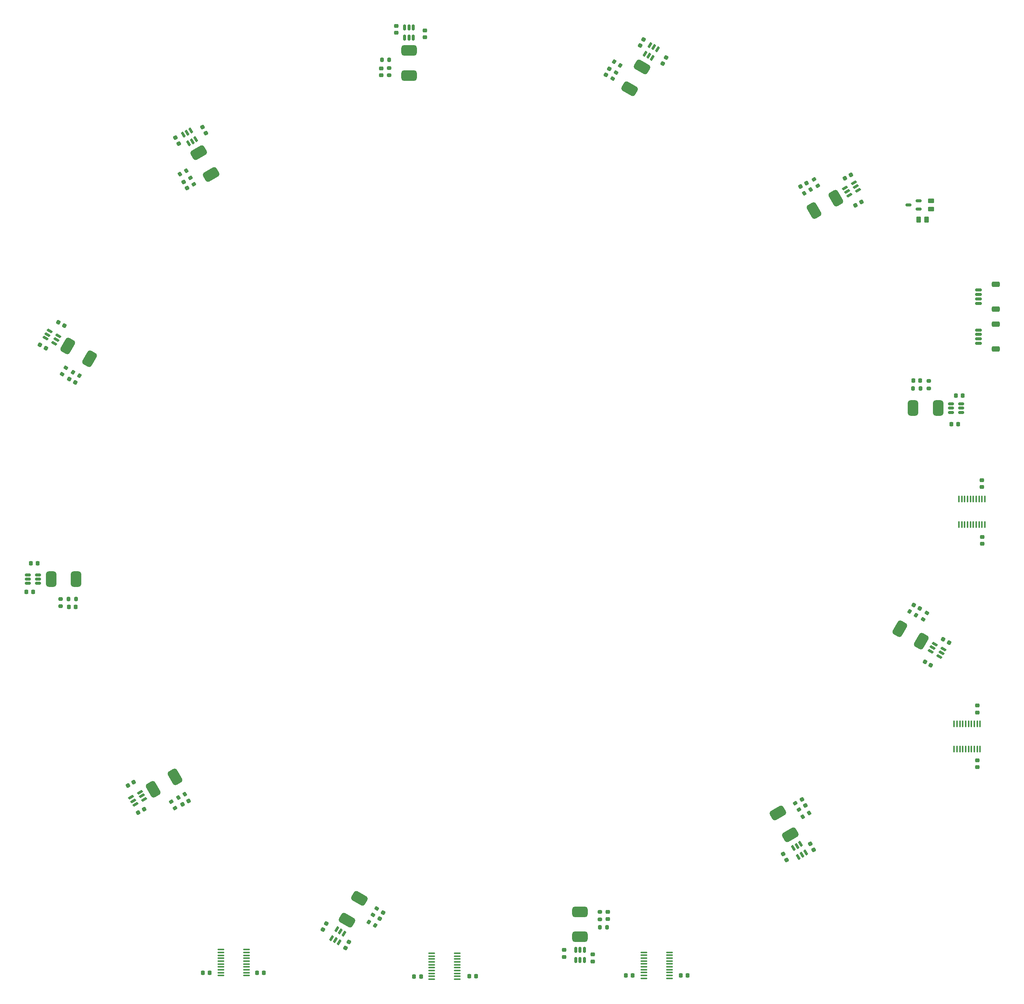
<source format=gtp>
%TF.GenerationSoftware,KiCad,Pcbnew,8.0.5*%
%TF.CreationDate,2024-10-09T16:00:05-04:00*%
%TF.ProjectId,teensy_arena_12-12,7465656e-7379-45f6-9172-656e615f3132,v0.2.1*%
%TF.SameCoordinates,Original*%
%TF.FileFunction,Paste,Top*%
%TF.FilePolarity,Positive*%
%FSLAX46Y46*%
G04 Gerber Fmt 4.6, Leading zero omitted, Abs format (unit mm)*
G04 Created by KiCad (PCBNEW 8.0.5) date 2024-10-09 16:00:05*
%MOMM*%
%LPD*%
G01*
G04 APERTURE LIST*
G04 Aperture macros list*
%AMRoundRect*
0 Rectangle with rounded corners*
0 $1 Rounding radius*
0 $2 $3 $4 $5 $6 $7 $8 $9 X,Y pos of 4 corners*
0 Add a 4 corners polygon primitive as box body*
4,1,4,$2,$3,$4,$5,$6,$7,$8,$9,$2,$3,0*
0 Add four circle primitives for the rounded corners*
1,1,$1+$1,$2,$3*
1,1,$1+$1,$4,$5*
1,1,$1+$1,$6,$7*
1,1,$1+$1,$8,$9*
0 Add four rect primitives between the rounded corners*
20,1,$1+$1,$2,$3,$4,$5,0*
20,1,$1+$1,$4,$5,$6,$7,0*
20,1,$1+$1,$6,$7,$8,$9,0*
20,1,$1+$1,$8,$9,$2,$3,0*%
G04 Aperture macros list end*
%ADD10RoundRect,0.587500X0.587500X1.162500X-0.587500X1.162500X-0.587500X-1.162500X0.587500X-1.162500X0*%
%ADD11RoundRect,0.150000X-0.150000X0.512500X-0.150000X-0.512500X0.150000X-0.512500X0.150000X0.512500X0*%
%ADD12RoundRect,0.225000X0.250000X-0.225000X0.250000X0.225000X-0.250000X0.225000X-0.250000X-0.225000X0*%
%ADD13RoundRect,0.225000X0.329006X-0.069856X0.104006X0.319856X-0.329006X0.069856X-0.104006X-0.319856X0*%
%ADD14RoundRect,0.225000X0.225000X0.250000X-0.225000X0.250000X-0.225000X-0.250000X0.225000X-0.250000X0*%
%ADD15RoundRect,0.225000X-0.250000X0.225000X-0.250000X-0.225000X0.250000X-0.225000X0.250000X0.225000X0*%
%ADD16RoundRect,0.200000X-0.200000X-0.275000X0.200000X-0.275000X0.200000X0.275000X-0.200000X0.275000X0*%
%ADD17RoundRect,0.200000X0.200000X0.275000X-0.200000X0.275000X-0.200000X-0.275000X0.200000X-0.275000X0*%
%ADD18RoundRect,0.225000X-0.104006X0.319856X-0.329006X-0.069856X0.104006X-0.319856X0.329006X0.069856X0*%
%ADD19RoundRect,0.225000X-0.329006X0.069856X-0.104006X-0.319856X0.329006X-0.069856X0.104006X0.319856X0*%
%ADD20RoundRect,0.225000X-0.225000X-0.250000X0.225000X-0.250000X0.225000X0.250000X-0.225000X0.250000X0*%
%ADD21RoundRect,0.150000X-0.368838X-0.386154X0.518838X0.126346X0.368838X0.386154X-0.518838X-0.126346X0*%
%ADD22RoundRect,0.100000X0.637500X0.100000X-0.637500X0.100000X-0.637500X-0.100000X0.637500X-0.100000X0*%
%ADD23RoundRect,0.225000X0.069856X0.329006X-0.319856X0.104006X-0.069856X-0.329006X0.319856X-0.104006X0*%
%ADD24RoundRect,0.200000X-0.035705X-0.338157X0.310705X-0.138157X0.035705X0.338157X-0.310705X0.138157X0*%
%ADD25RoundRect,0.100000X-0.100000X0.637500X-0.100000X-0.637500X0.100000X-0.637500X0.100000X0.637500X0*%
%ADD26RoundRect,0.200000X0.338157X-0.035705X0.138157X0.310705X-0.338157X0.035705X-0.138157X-0.310705X0*%
%ADD27RoundRect,0.200000X0.035705X0.338157X-0.310705X0.138157X-0.035705X-0.338157X0.310705X-0.138157X0*%
%ADD28RoundRect,0.150000X-0.518838X0.126346X0.368838X-0.386154X0.518838X-0.126346X-0.368838X0.386154X0*%
%ADD29RoundRect,0.587500X-1.300505X-0.072460X-0.713005X-1.090040X1.300505X0.072460X0.713005X1.090040X0*%
%ADD30RoundRect,0.150000X0.625000X-0.150000X0.625000X0.150000X-0.625000X0.150000X-0.625000X-0.150000X0*%
%ADD31RoundRect,0.250000X0.650000X-0.350000X0.650000X0.350000X-0.650000X0.350000X-0.650000X-0.350000X0*%
%ADD32RoundRect,0.200000X-0.338157X0.035705X-0.138157X-0.310705X0.338157X-0.035705X0.138157X0.310705X0*%
%ADD33RoundRect,0.200000X-0.138157X0.310705X-0.338157X-0.035705X0.138157X-0.310705X0.338157X0.035705X0*%
%ADD34RoundRect,0.225000X-0.069856X-0.329006X0.319856X-0.104006X0.069856X0.329006X-0.319856X0.104006X0*%
%ADD35RoundRect,0.200000X-0.310705X-0.138157X0.035705X-0.338157X0.310705X0.138157X-0.035705X0.338157X0*%
%ADD36RoundRect,0.200000X0.275000X-0.200000X0.275000X0.200000X-0.275000X0.200000X-0.275000X-0.200000X0*%
%ADD37RoundRect,0.225000X0.104006X-0.319856X0.329006X0.069856X-0.104006X0.319856X-0.329006X-0.069856X0*%
%ADD38RoundRect,0.200000X0.138157X-0.310705X0.338157X0.035705X-0.138157X0.310705X-0.338157X-0.035705X0*%
%ADD39RoundRect,0.587500X1.300505X0.072460X0.713005X1.090040X-1.300505X-0.072460X-0.713005X-1.090040X0*%
%ADD40RoundRect,0.150000X0.512500X0.150000X-0.512500X0.150000X-0.512500X-0.150000X0.512500X-0.150000X0*%
%ADD41RoundRect,0.587500X1.162500X-0.587500X1.162500X0.587500X-1.162500X0.587500X-1.162500X-0.587500X0*%
%ADD42RoundRect,0.225000X-0.319856X-0.104006X0.069856X-0.329006X0.319856X0.104006X-0.069856X0.329006X0*%
%ADD43RoundRect,0.150000X0.126346X0.518838X-0.386154X-0.368838X-0.126346X-0.518838X0.386154X0.368838X0*%
%ADD44RoundRect,0.225000X0.319856X0.104006X-0.069856X0.329006X-0.319856X-0.104006X0.069856X-0.329006X0*%
%ADD45RoundRect,0.587500X-0.587500X-1.162500X0.587500X-1.162500X0.587500X1.162500X-0.587500X1.162500X0*%
%ADD46RoundRect,0.250000X-0.262500X-0.450000X0.262500X-0.450000X0.262500X0.450000X-0.262500X0.450000X0*%
%ADD47RoundRect,0.150000X0.518838X-0.126346X-0.368838X0.386154X-0.518838X0.126346X0.368838X-0.386154X0*%
%ADD48RoundRect,0.587500X0.713005X-1.090040X1.300505X-0.072460X-0.713005X1.090040X-1.300505X0.072460X0*%
%ADD49RoundRect,0.150000X0.368838X0.386154X-0.518838X-0.126346X-0.368838X-0.386154X0.518838X0.126346X0*%
%ADD50RoundRect,0.150000X0.150000X-0.512500X0.150000X0.512500X-0.150000X0.512500X-0.150000X-0.512500X0*%
%ADD51RoundRect,0.587500X-0.713005X1.090040X-1.300505X0.072460X0.713005X-1.090040X1.300505X-0.072460X0*%
%ADD52RoundRect,0.150000X-0.386154X0.368838X0.126346X-0.518838X0.386154X-0.368838X-0.126346X0.518838X0*%
%ADD53RoundRect,0.587500X-1.090040X-0.713005X-0.072460X-1.300505X1.090040X0.713005X0.072460X1.300505X0*%
%ADD54RoundRect,0.150000X-0.512500X-0.150000X0.512500X-0.150000X0.512500X0.150000X-0.512500X0.150000X0*%
%ADD55RoundRect,0.200000X0.310705X0.138157X-0.035705X0.338157X-0.310705X-0.138157X0.035705X-0.338157X0*%
%ADD56RoundRect,0.587500X-0.072460X1.300505X-1.090040X0.713005X0.072460X-1.300505X1.090040X-0.713005X0*%
%ADD57RoundRect,0.200000X-0.275000X0.200000X-0.275000X-0.200000X0.275000X-0.200000X0.275000X0.200000X0*%
%ADD58RoundRect,0.587500X0.072460X-1.300505X1.090040X-0.713005X-0.072460X1.300505X-1.090040X0.713005X0*%
%ADD59RoundRect,0.150000X-0.126346X-0.518838X0.386154X0.368838X0.126346X0.518838X-0.386154X-0.368838X0*%
%ADD60RoundRect,0.587500X1.090040X0.713005X0.072460X1.300505X-1.090040X-0.713005X-0.072460X-1.300505X0*%
%ADD61RoundRect,0.587500X-1.162500X0.587500X-1.162500X-0.587500X1.162500X-0.587500X1.162500X0.587500X0*%
%ADD62RoundRect,0.250000X-0.450000X0.262500X-0.450000X-0.262500X0.450000X-0.262500X0.450000X0.262500X0*%
%ADD63RoundRect,0.150000X0.386154X-0.368838X-0.126346X0.518838X-0.386154X0.368838X0.126346X-0.518838X0*%
G04 APERTURE END LIST*
D10*
%TO.C,L1*%
X277583600Y-158546800D03*
X271933600Y-158546800D03*
%TD*%
D11*
%TO.C,U15*%
X198003200Y-280511900D03*
X197053200Y-280511900D03*
X196103200Y-280511900D03*
X196103200Y-282786900D03*
X197053200Y-282786900D03*
X198003200Y-282786900D03*
%TD*%
D12*
%TO.C,C3*%
X286385000Y-227055000D03*
X286385000Y-225505000D03*
%TD*%
D13*
%TO.C,C23*%
X112872100Y-96634370D03*
X112097100Y-95292030D03*
%TD*%
D14*
%TO.C,C6*%
X208899000Y-286268000D03*
X207349000Y-286268000D03*
%TD*%
D15*
%TO.C,C22*%
X152323800Y-82040200D03*
X152323800Y-83590200D03*
%TD*%
D16*
%TO.C,R22*%
X201498200Y-275464200D03*
X203148200Y-275464200D03*
%TD*%
D17*
%TO.C,R10*%
X154101800Y-80135800D03*
X152451800Y-80135800D03*
%TD*%
D18*
%TO.C,C18*%
X211323300Y-75540030D03*
X210548300Y-76882370D03*
%TD*%
D19*
%TO.C,C24*%
X106001900Y-97638030D03*
X106776900Y-98980370D03*
%TD*%
D20*
%TO.C,C30*%
X72478600Y-199898000D03*
X74028600Y-199898000D03*
%TD*%
D21*
%TO.C,U7*%
X256649496Y-108947526D03*
X257124496Y-109770250D03*
X257599496Y-110592974D03*
X259569704Y-109455474D03*
X259094704Y-108632750D03*
X258619704Y-107810026D03*
%TD*%
D20*
%TO.C,C31*%
X82040200Y-203276200D03*
X83590200Y-203276200D03*
%TD*%
D22*
%TO.C,U3*%
X217171100Y-286926600D03*
X217171100Y-286276600D03*
X217171100Y-285626600D03*
X217171100Y-284976600D03*
X217171100Y-284326600D03*
X217171100Y-283676600D03*
X217171100Y-283026600D03*
X217171100Y-282376600D03*
X217171100Y-281726600D03*
X217171100Y-281076600D03*
X211446100Y-281076600D03*
X211446100Y-281726600D03*
X211446100Y-282376600D03*
X211446100Y-283026600D03*
X211446100Y-283676600D03*
X211446100Y-284326600D03*
X211446100Y-284976600D03*
X211446100Y-285626600D03*
X211446100Y-286276600D03*
X211446100Y-286926600D03*
%TD*%
D23*
%TO.C,C32*%
X96634370Y-242727900D03*
X95292030Y-243502900D03*
%TD*%
D24*
%TO.C,R24*%
X247155329Y-250530600D03*
X248584271Y-249705600D03*
%TD*%
D14*
%TO.C,C8*%
X161254400Y-286491200D03*
X159704400Y-286491200D03*
%TD*%
D25*
%TO.C,U2*%
X287050200Y-229613400D03*
X286400200Y-229613400D03*
X285750200Y-229613400D03*
X285100200Y-229613400D03*
X284450200Y-229613400D03*
X283800200Y-229613400D03*
X283150200Y-229613400D03*
X282500200Y-229613400D03*
X281850200Y-229613400D03*
X281200200Y-229613400D03*
X281200200Y-235338400D03*
X281850200Y-235338400D03*
X282500200Y-235338400D03*
X283150200Y-235338400D03*
X283800200Y-235338400D03*
X284450200Y-235338400D03*
X285100200Y-235338400D03*
X285750200Y-235338400D03*
X286400200Y-235338400D03*
X287050200Y-235338400D03*
%TD*%
D26*
%TO.C,R11*%
X110168700Y-108106271D03*
X109343700Y-106677329D03*
%TD*%
D27*
%TO.C,R17*%
X108106271Y-245431300D03*
X106677329Y-246256300D03*
%TD*%
D28*
%TO.C,U17*%
X276852696Y-211659426D03*
X276377696Y-212482150D03*
X275902696Y-213304874D03*
X277872904Y-214442374D03*
X278347904Y-213619650D03*
X278822904Y-212796926D03*
%TD*%
D15*
%TO.C,C21*%
X155702000Y-72478600D03*
X155702000Y-74028600D03*
%TD*%
D29*
%TO.C,L5*%
X111234400Y-101011428D03*
X114059400Y-105904471D03*
%TD*%
D20*
%TO.C,C9*%
X124332400Y-285699200D03*
X125882400Y-285699200D03*
%TD*%
D30*
%TO.C,J3*%
X286675600Y-134951600D03*
X286675600Y-133951600D03*
X286675600Y-132951600D03*
X286675600Y-131951600D03*
D31*
X290550600Y-136251600D03*
X290550600Y-130651600D03*
%TD*%
D32*
%TO.C,R18*%
X105069400Y-247155329D03*
X105894400Y-248584271D03*
%TD*%
D33*
%TO.C,R14*%
X81371200Y-149491129D03*
X80546200Y-150920071D03*
%TD*%
D15*
%TO.C,C2*%
X287528000Y-187553000D03*
X287528000Y-189103000D03*
%TD*%
D34*
%TO.C,C33*%
X97638030Y-249598100D03*
X98980370Y-248823100D03*
%TD*%
D20*
%TO.C,C5*%
X219684000Y-286258000D03*
X221234000Y-286258000D03*
%TD*%
D35*
%TO.C,R25*%
X271217329Y-204340900D03*
X272646271Y-205165900D03*
%TD*%
D14*
%TO.C,C29*%
X75044600Y-193446400D03*
X73494600Y-193446400D03*
%TD*%
%TO.C,C10*%
X113732400Y-285659200D03*
X112182400Y-285659200D03*
%TD*%
D36*
%TO.C,R4*%
X275464200Y-154101800D03*
X275464200Y-152451800D03*
%TD*%
D24*
%TO.C,R5*%
X247493729Y-110168700D03*
X248922671Y-109343700D03*
%TD*%
D26*
%TO.C,R6*%
X250530600Y-108444671D03*
X249705600Y-107015729D03*
%TD*%
D37*
%TO.C,C37*%
X151983100Y-273468470D03*
X152758100Y-272126130D03*
%TD*%
D12*
%TO.C,C39*%
X199898000Y-283121400D03*
X199898000Y-281571400D03*
%TD*%
D34*
%TO.C,C14*%
X258965630Y-112872100D03*
X260307970Y-112097100D03*
%TD*%
D38*
%TO.C,R7*%
X204340900Y-84382671D03*
X205165900Y-82953729D03*
%TD*%
D25*
%TO.C,U1*%
X288126000Y-179047000D03*
X287476000Y-179047000D03*
X286826000Y-179047000D03*
X286176000Y-179047000D03*
X285526000Y-179047000D03*
X284876000Y-179047000D03*
X284226000Y-179047000D03*
X283576000Y-179047000D03*
X282926000Y-179047000D03*
X282276000Y-179047000D03*
X282276000Y-184772000D03*
X282926000Y-184772000D03*
X283576000Y-184772000D03*
X284226000Y-184772000D03*
X284876000Y-184772000D03*
X285526000Y-184772000D03*
X286176000Y-184772000D03*
X286826000Y-184772000D03*
X287476000Y-184772000D03*
X288126000Y-184772000D03*
%TD*%
D39*
%TO.C,L11*%
X244365600Y-254588572D03*
X241540600Y-249695529D03*
%TD*%
D40*
%TO.C,Q2*%
X273238400Y-113751400D03*
X273238400Y-111851400D03*
X270963400Y-112801400D03*
%TD*%
D41*
%TO.C,L10*%
X197053200Y-277583600D03*
X197053200Y-271933600D03*
%TD*%
D42*
%TO.C,C44*%
X274612030Y-215627500D03*
X275954370Y-216402500D03*
%TD*%
D43*
%TO.C,U14*%
X143940574Y-276852696D03*
X143117850Y-276377696D03*
X142295126Y-275902696D03*
X141157626Y-277872904D03*
X141980350Y-278347904D03*
X142803074Y-278822904D03*
%TD*%
D35*
%TO.C,R20*%
X149491129Y-274228800D03*
X150920071Y-275053800D03*
%TD*%
D44*
%TO.C,C26*%
X80987970Y-139972500D03*
X79645630Y-139197500D03*
%TD*%
%TO.C,C46*%
X273468570Y-203616900D03*
X272126230Y-202841900D03*
%TD*%
D20*
%TO.C,C11*%
X280555400Y-162153600D03*
X282105400Y-162153600D03*
%TD*%
D23*
%TO.C,C15*%
X257961970Y-106001900D03*
X256619630Y-106776900D03*
%TD*%
D45*
%TO.C,L7*%
X78016400Y-197053200D03*
X83666400Y-197053200D03*
%TD*%
D22*
%TO.C,U4*%
X169412500Y-287129000D03*
X169412500Y-286479000D03*
X169412500Y-285829000D03*
X169412500Y-285179000D03*
X169412500Y-284529000D03*
X169412500Y-283879000D03*
X169412500Y-283229000D03*
X169412500Y-282579000D03*
X169412500Y-281929000D03*
X169412500Y-281279000D03*
X163687500Y-281279000D03*
X163687500Y-281929000D03*
X163687500Y-282579000D03*
X163687500Y-283229000D03*
X163687500Y-283879000D03*
X163687500Y-284529000D03*
X163687500Y-285179000D03*
X163687500Y-285829000D03*
X163687500Y-286479000D03*
X163687500Y-287129000D03*
%TD*%
D42*
%TO.C,C27*%
X75540030Y-144276700D03*
X76882370Y-145051700D03*
%TD*%
D13*
%TO.C,C43*%
X247742900Y-247992270D03*
X246967900Y-246649930D03*
%TD*%
D46*
%TO.C,R1*%
X273202400Y-116103400D03*
X275027400Y-116103400D03*
%TD*%
D18*
%TO.C,C35*%
X139972500Y-274612030D03*
X139197500Y-275954370D03*
%TD*%
D33*
%TO.C,R19*%
X151259100Y-271217329D03*
X150434100Y-272646271D03*
%TD*%
D42*
%TO.C,C28*%
X82131430Y-151983100D03*
X83473770Y-152758100D03*
%TD*%
D23*
%TO.C,C16*%
X247992370Y-107857100D03*
X246650030Y-108632100D03*
%TD*%
D19*
%TO.C,C25*%
X107857100Y-107607630D03*
X108632100Y-108949970D03*
%TD*%
D44*
%TO.C,C45*%
X280059970Y-211323300D03*
X278717630Y-210548300D03*
%TD*%
D37*
%TO.C,C17*%
X215627500Y-80987970D03*
X216402500Y-79645630D03*
%TD*%
D15*
%TO.C,C38*%
X193446400Y-280555400D03*
X193446400Y-282105400D03*
%TD*%
D12*
%TO.C,C20*%
X162153600Y-75044600D03*
X162153600Y-73494600D03*
%TD*%
D47*
%TO.C,U11*%
X78747304Y-143940574D03*
X79222304Y-143117850D03*
X79697304Y-142295126D03*
X77727096Y-141157626D03*
X77252096Y-141980350D03*
X76777096Y-142803074D03*
%TD*%
D12*
%TO.C,C40*%
X203276200Y-273559800D03*
X203276200Y-272009800D03*
%TD*%
D17*
%TO.C,R15*%
X83627800Y-201523600D03*
X81977800Y-201523600D03*
%TD*%
D48*
%TO.C,L9*%
X144582000Y-273841772D03*
X147407000Y-268948729D03*
%TD*%
D14*
%TO.C,C13*%
X273559800Y-152323800D03*
X272009800Y-152323800D03*
%TD*%
D49*
%TO.C,U13*%
X98950504Y-246652474D03*
X98475504Y-245829750D03*
X98000504Y-245007026D03*
X96030296Y-246144526D03*
X96505296Y-246967250D03*
X96980296Y-247789974D03*
%TD*%
D14*
%TO.C,C12*%
X283121400Y-155702000D03*
X281571400Y-155702000D03*
%TD*%
D50*
%TO.C,U9*%
X157596800Y-75088100D03*
X158546800Y-75088100D03*
X159496800Y-75088100D03*
X159496800Y-72813100D03*
X158546800Y-72813100D03*
X157596800Y-72813100D03*
%TD*%
D51*
%TO.C,L3*%
X211018000Y-81758228D03*
X208193000Y-86651271D03*
%TD*%
D15*
%TO.C,C4*%
X286385000Y-237845000D03*
X286385000Y-239395000D03*
%TD*%
D52*
%TO.C,U16*%
X246652474Y-256649496D03*
X245829750Y-257124496D03*
X245007026Y-257599496D03*
X246144526Y-259569704D03*
X246967250Y-259094704D03*
X247789974Y-258619704D03*
%TD*%
D53*
%TO.C,L6*%
X81758228Y-144582000D03*
X86651271Y-147407000D03*
%TD*%
D16*
%TO.C,R3*%
X271972200Y-154076400D03*
X273622200Y-154076400D03*
%TD*%
D54*
%TO.C,U6*%
X280511900Y-157596800D03*
X280511900Y-158546800D03*
X280511900Y-159496800D03*
X282786900Y-159496800D03*
X282786900Y-158546800D03*
X282786900Y-157596800D03*
%TD*%
D20*
%TO.C,C7*%
X172084400Y-286461200D03*
X173634400Y-286461200D03*
%TD*%
D32*
%TO.C,R23*%
X245431300Y-247493729D03*
X246256300Y-248922671D03*
%TD*%
D40*
%TO.C,U12*%
X75088100Y-198003200D03*
X75088100Y-197053200D03*
X75088100Y-196103200D03*
X72813100Y-196103200D03*
X72813100Y-197053200D03*
X72813100Y-198003200D03*
%TD*%
D55*
%TO.C,R8*%
X206108871Y-81371200D03*
X204679929Y-80546200D03*
%TD*%
D56*
%TO.C,L2*%
X254588572Y-111234400D03*
X249695529Y-114059400D03*
%TD*%
D34*
%TO.C,C34*%
X107607630Y-247742900D03*
X108949970Y-246967900D03*
%TD*%
D19*
%TO.C,C41*%
X242727900Y-258965630D03*
X243502900Y-260307970D03*
%TD*%
D38*
%TO.C,R26*%
X274228800Y-206108871D03*
X275053800Y-204679929D03*
%TD*%
D12*
%TO.C,C1*%
X287477200Y-176289000D03*
X287477200Y-174739000D03*
%TD*%
D57*
%TO.C,R16*%
X80135800Y-201498200D03*
X80135800Y-203148200D03*
%TD*%
D58*
%TO.C,L8*%
X101011428Y-244365600D03*
X105904471Y-241540600D03*
%TD*%
D55*
%TO.C,R13*%
X84382671Y-151259100D03*
X82953729Y-150434100D03*
%TD*%
D59*
%TO.C,U8*%
X211659426Y-78747304D03*
X212482150Y-79222304D03*
X213304874Y-79697304D03*
X214442374Y-77727096D03*
X213619650Y-77252096D03*
X212796926Y-76777096D03*
%TD*%
D36*
%TO.C,R9*%
X154076400Y-83627800D03*
X154076400Y-81977800D03*
%TD*%
D60*
%TO.C,L12*%
X273841772Y-211018000D03*
X268948729Y-208193000D03*
%TD*%
D61*
%TO.C,L4*%
X158546800Y-78016400D03*
X158546800Y-83666400D03*
%TD*%
D37*
%TO.C,C36*%
X144276700Y-280059970D03*
X145051700Y-278717630D03*
%TD*%
D30*
%TO.C,J2*%
X286675600Y-143962600D03*
X286675600Y-142962600D03*
X286675600Y-141962600D03*
X286675600Y-140962600D03*
D31*
X290550600Y-145262600D03*
X290550600Y-139662600D03*
%TD*%
D13*
%TO.C,C42*%
X249598100Y-257961970D03*
X248823100Y-256619630D03*
%TD*%
D22*
%TO.C,U5*%
X121967600Y-286316000D03*
X121967600Y-285666000D03*
X121967600Y-285016000D03*
X121967600Y-284366000D03*
X121967600Y-283716000D03*
X121967600Y-283066000D03*
X121967600Y-282416000D03*
X121967600Y-281766000D03*
X121967600Y-281116000D03*
X121967600Y-280466000D03*
X116242600Y-280466000D03*
X116242600Y-281116000D03*
X116242600Y-281766000D03*
X116242600Y-282416000D03*
X116242600Y-283066000D03*
X116242600Y-283716000D03*
X116242600Y-284366000D03*
X116242600Y-285016000D03*
X116242600Y-285666000D03*
X116242600Y-286316000D03*
%TD*%
D62*
%TO.C,R2*%
X276043400Y-111888900D03*
X276043400Y-113713900D03*
%TD*%
D57*
%TO.C,R21*%
X201523600Y-271972200D03*
X201523600Y-273622200D03*
%TD*%
D27*
%TO.C,R12*%
X108444671Y-105069400D03*
X107015729Y-105894400D03*
%TD*%
D18*
%TO.C,C19*%
X203616900Y-82131430D03*
X202841900Y-83473770D03*
%TD*%
D63*
%TO.C,U10*%
X108947526Y-98950504D03*
X109770250Y-98475504D03*
X110592974Y-98000504D03*
X109455474Y-96030296D03*
X108632750Y-96505296D03*
X107810026Y-96980296D03*
%TD*%
M02*

</source>
